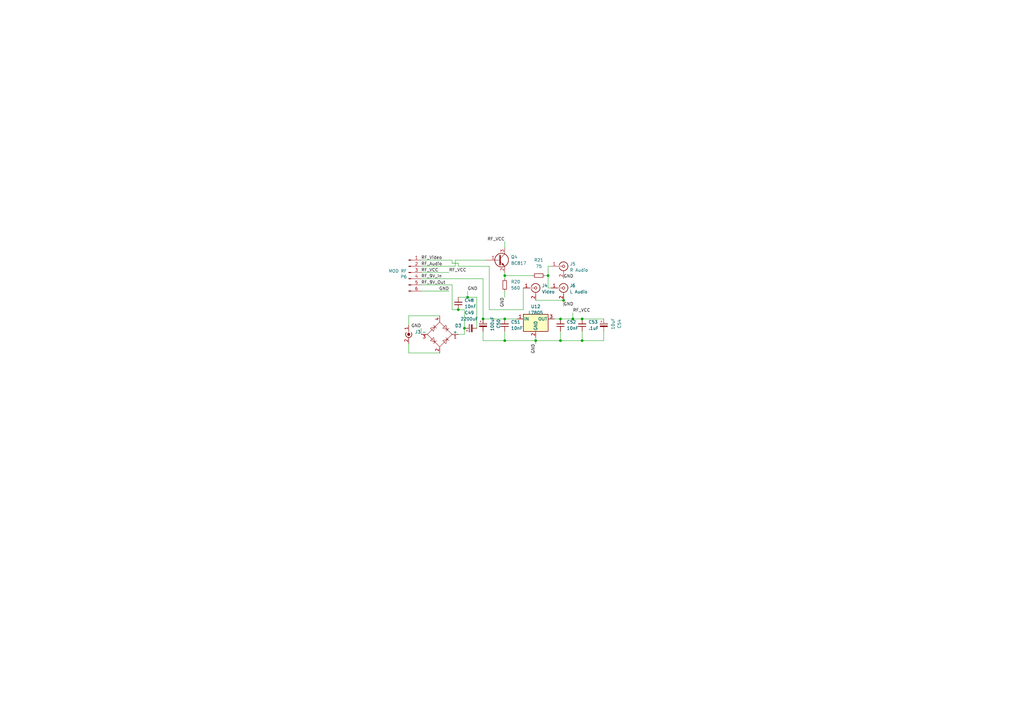
<source format=kicad_sch>
(kicad_sch (version 20211123) (generator eeschema)
  (paper "A3")
  (title_block (title "NES-CPU-11") (rev "11") (company "Nintendo Co., LTD") (comment 1 "Clean-Up by =Lockster=") (comment 2 "KiCad Schematic by Redherring32") (comment 3 "Reverse Engineered by Krzysiobal") (comment 4 "Forked and updated by NULL"))
  (lib_symbols
    (symbol "Connector:Conn_01x06_Male" (pin_names (offset 1.016) hide)
      (property "Reference" "J" (at 0 7.62 0))
      (property "Value" "Conn_01x06_Male" (at 0 -10.16 0))
      (symbol "Conn_01x06_Male_1_1"
        (polyline (pts (xy 1.27 -7.62) (xy 0.8636 -7.62)) (stroke (width 0.1524)))
        (polyline (pts (xy 1.27 -5.08) (xy 0.8636 -5.08)) (stroke (width 0.1524)))
        (polyline (pts (xy 1.27 -2.54) (xy 0.8636 -2.54)) (stroke (width 0.1524)))
        (polyline (pts (xy 1.27 0) (xy 0.8636 0)) (stroke (width 0.1524)))
        (polyline (pts (xy 1.27 2.54) (xy 0.8636 2.54)) (stroke (width 0.1524)))
        (polyline (pts (xy 1.27 5.08) (xy 0.8636 5.08)) (stroke (width 0.1524)))
        (rectangle (start 0.8636 -7.493) (end 0 -7.747) (stroke (width 0.1524)) (fill (type outline)))
        (rectangle (start 0.8636 -4.953) (end 0 -5.207) (stroke (width 0.1524)) (fill (type outline)))
        (rectangle (start 0.8636 -2.413) (end 0 -2.667) (stroke (width 0.1524)) (fill (type outline)))
        (rectangle (start 0.8636 0.127) (end 0 -0.127) (stroke (width 0.1524)) (fill (type outline)))
        (rectangle (start 0.8636 2.667) (end 0 2.413) (stroke (width 0.1524)) (fill (type outline)))
        (rectangle (start 0.8636 5.207) (end 0 4.953) (stroke (width 0.1524)) (fill (type outline)))
        (pin passive line (at 5.08 5.08 180) (length 3.81) (name "Pin_1") (number "1"))
        (pin passive line (at 5.08 2.54 180) (length 3.81) (name "Pin_2") (number "2"))
        (pin passive line (at 5.08 0 180) (length 3.81) (name "Pin_3") (number "3"))
        (pin passive line (at 5.08 -2.54 180) (length 3.81) (name "Pin_4") (number "4"))
        (pin passive line (at 5.08 -5.08 180) (length 3.81) (name "Pin_5") (number "5"))
        (pin passive line (at 5.08 -7.62 180) (length 3.81) (name "Pin_6") (number "6"))
      )
    )
    (symbol "Connector:Conn_Coaxial" (pin_names (offset 1.016) hide)
      (property "Reference" "J" (at 0.254 3.048 0))
      (property "Value" "Conn_Coaxial" (at 2.921 0 90))
      (symbol "Conn_Coaxial_0_1"
        (arc (start -1.778 -0.508) (mid 0.2311 -1.8066) (end 1.778 0) (stroke (width 0.254)))
        (polyline (pts (xy -2.54 0) (xy -0.508 0)))
        (polyline (pts (xy 0 -2.54) (xy 0 -1.778)))
        (circle (center 0 0) (radius 0.508) (stroke (width 0.2032)))
        (arc (start 1.778 0) (mid 0.2099 1.8101) (end -1.778 0.508) (stroke (width 0.254)))
      )
      (symbol "Conn_Coaxial_1_1"
        (pin passive line (at -5.08 0 0) (length 2.54) (name "In") (number "1"))
        (pin passive line (at 0 -5.08 90) (length 2.54) (name "Ext") (number "2"))
      )
    )
    (symbol "Connector:Conn_Coaxial_Power" (pin_names (offset 1.016) hide)
      (property "Reference" "J" (at -5.08 -1.27 90))
      (property "Value" "Conn_Coaxial_Power" (at -3.175 -1.27 90))
      (symbol "Conn_Coaxial_Power_0_1"
        (arc (start -1.27 -1.27) (mid 0 -2.54) (end 1.27 -1.27) (stroke (width 0.254)))
        (arc (start -1.016 -0.508) (mid -1.2048 -0.8684) (end -1.27 -1.27) (stroke (width 0.254)))
        (circle (center 0 -1.27) (radius 0.508) (stroke (width 0.2032)) (fill (type outline)))
        (polyline (pts (xy 0 -2.54) (xy 0 -3.048)))
        (polyline (pts (xy 0 0) (xy 0 -1.27)))
        (arc (start 1.27 -1.27) (mid 1.2048 -0.8684) (end 1.016 -0.508) (stroke (width 0.254)))
      )
      (symbol "Conn_Coaxial_Power_1_1"
        (pin passive line (at 0 2.54 270) (length 2.54) (name "In") (number "1"))
        (pin passive line (at 0 -5.08 90) (length 2.54) (name "Ext") (number "2"))
      )
    )
    (symbol "Device:C_Polarized_Small" (pin_numbers hide) (pin_names (offset 0.254) hide)
      (property "Reference" "C" (at 0.254 1.778 0))
      (property "Value" "C_Polarized_Small" (at 0.254 -2.032 0))
      (symbol "C_Polarized_Small_0_1"
        (rectangle (start -1.524 -0.3048) (end 1.524 -0.6858) (fill (type outline)))
        (rectangle (start -1.524 0.6858) (end 1.524 0.3048))
        (polyline (pts (xy -1.27 1.524) (xy -0.762 1.524)))
        (polyline (pts (xy -1.016 1.27) (xy -1.016 1.778)))
      )
      (symbol "C_Polarized_Small_1_1"
        (pin passive line (at 0 2.54 270) (length 1.8542) (name "~") (number "1"))
        (pin passive line (at 0 -2.54 90) (length 1.8542) (name "~") (number "2"))
      )
    )
    (symbol "Device:C_Small" (pin_numbers hide) (pin_names (offset 0.254) hide)
      (property "Reference" "C" (at 0.254 1.778 0))
      (property "Value" "C_Small" (at 0.254 -2.032 0))
      (symbol "C_Small_0_1"
        (polyline (pts (xy -1.524 -0.508) (xy 1.524 -0.508)) (stroke (width 0.3302)))
        (polyline (pts (xy -1.524 0.508) (xy 1.524 0.508)) (stroke (width 0.3048)))
      )
      (symbol "C_Small_1_1"
        (pin passive line (at 0 2.54 270) (length 2.032) (name "~") (number "1"))
        (pin passive line (at 0 -2.54 90) (length 2.032) (name "~") (number "2"))
      )
    )
    (symbol "Device:R_Small" (pin_numbers hide) (pin_names (offset 0.254) hide)
      (property "Reference" "R" (at 0.762 0.508 0))
      (property "Value" "R_Small" (at 0.762 -1.016 0))
      (symbol "R_Small_0_1"
        (rectangle (start -0.762 1.778) (end 0.762 -1.778) (stroke (width 0.2032)))
      )
      (symbol "R_Small_1_1"
        (pin passive line (at 0 2.54 270) (length 0.762) (name "~") (number "1"))
        (pin passive line (at 0 -2.54 90) (length 0.762) (name "~") (number "2"))
      )
    )
    (symbol "Diode_Bridge:B40R" (pin_names (offset 0))
      (property "Reference" "D" (at 2.54 6.985 0))
      (property "Value" "B40R" (at 2.54 5.08 0))
      (symbol "B40R_0_1"
        (polyline (pts (xy -2.54 3.81) (xy -1.27 2.54)))
        (polyline (pts (xy -1.27 -2.54) (xy -2.54 -3.81)))
        (polyline (pts (xy 2.54 -1.27) (xy 3.81 -2.54)))
        (polyline (pts (xy 2.54 1.27) (xy 3.81 2.54)))
        (polyline (pts (xy -3.81 2.54) (xy -2.54 1.27) (xy -1.905 3.175) (xy -3.81 2.54)))
        (polyline (pts (xy -2.54 -1.27) (xy -3.81 -2.54) (xy -1.905 -3.175) (xy -2.54 -1.27)))
        (polyline (pts (xy 1.27 2.54) (xy 2.54 3.81) (xy 3.175 1.905) (xy 1.27 2.54)))
        (polyline (pts (xy 3.175 -1.905) (xy 1.27 -2.54) (xy 2.54 -3.81) (xy 3.175 -1.905)))
        (polyline (pts (xy -5.08 0) (xy 0 -5.08) (xy 5.08 0) (xy 0 5.08) (xy -5.08 0)))
      )
      (symbol "B40R_1_1"
        (pin passive line (at 7.62 0 180) (length 2.54) (name "+") (number "1"))
        (pin passive line (at 0 -7.62 90) (length 2.54) (name "~") (number "2"))
        (pin passive line (at -7.62 0 0) (length 2.54) (name "-") (number "3"))
        (pin passive line (at 0 7.62 270) (length 2.54) (name "~") (number "4"))
      )
    )
    (symbol "Regulator_Linear:L7805" (pin_names (offset 0.254))
      (property "Reference" "U" (at -3.81 3.175 0))
      (property "Value" "L7805" (at 0 3.175 0))
      (symbol "L7805_0_1"
        (rectangle (start -5.08 1.905) (end 5.08 -5.08) (stroke (width 0.254)) (fill (type background)))
      )
      (symbol "L7805_1_1"
        (pin power_in line (at -7.62 0 0) (length 2.54) (name "IN") (number "1"))
        (pin power_in line (at 0 -7.62 90) (length 2.54) (name "GND") (number "2"))
        (pin power_out line (at 7.62 0 180) (length 2.54) (name "OUT") (number "3"))
      )
    )
    (symbol "Transistor_BJT:BC817" (pin_names (offset 0) hide)
      (property "Reference" "Q" (at 5.08 1.905 0))
      (property "Value" "BC817" (at 5.08 0 0))
      (symbol "BC817_0_1"
        (polyline (pts (xy 0.635 0.635) (xy 2.54 2.54)))
        (polyline (pts (xy 0.635 -0.635) (xy 2.54 -2.54) (xy 2.54 -2.54)))
        (polyline (pts (xy 0.635 1.905) (xy 0.635 -1.905) (xy 0.635 -1.905)) (stroke (width 0.508)))
        (polyline (pts (xy 1.27 -1.778) (xy 1.778 -1.27) (xy 2.286 -2.286) (xy 1.27 -1.778) (xy 1.27 -1.778)) (fill (type outline)))
        (circle (center 1.27 0) (radius 2.8194) (stroke (width 0.254)))
      )
      (symbol "BC817_1_1"
        (pin input line (at -5.08 0 0) (length 5.715) (name "B") (number "1"))
        (pin passive line (at 2.54 -5.08 90) (length 2.54) (name "E") (number "2"))
        (pin passive line (at 2.54 5.08 270) (length 2.54) (name "C") (number "3"))
      )
    )
  )
  (junction (at 198.12 130.81))
  (junction (at 207.01 113.03))
  (junction (at 229.87 139.7))
  (junction (at 207.01 139.7))
  (junction (at 191.77 121.92))
  (junction (at 231.14 123.19))
  (junction (at 207.01 130.81))
  (junction (at 229.87 130.81))
  (junction (at 187.96 127))
  (junction (at 224.79 113.03))
  (junction (at 219.71 139.7))
  (junction (at 238.76 130.81))
  (junction (at 238.76 139.7))
  (junction (at 234.95 130.81))
  (junction (at 190.5 134.62))
  (wire (pts (xy 224.79 113.03) (xy 223.52 113.03)))
  (wire (pts (xy 219.71 138.43) (xy 219.71 139.7)))
  (wire (pts (xy 247.65 139.7) (xy 247.65 135.89)))
  (wire (pts (xy 207.01 130.81) (xy 212.09 130.81)))
  (wire (pts (xy 231.14 123.19) (xy 231.14 125.73)))
  (wire (pts (xy 207.01 99.06) (xy 207.01 101.6)))
  (wire (pts (xy 167.64 144.78) (xy 167.64 140.97)))
  (wire (pts (xy 234.95 128.27) (xy 234.95 130.81)))
  (wire (pts (xy 190.5 134.62) (xy 190.5 127)))
  (wire (pts (xy 234.95 130.81) (xy 238.76 130.81)))
  (wire (pts (xy 186.69 106.68) (xy 199.39 106.68)))
  (wire (pts (xy 172.72 119.38) (xy 184.15 119.38)))
  (wire (pts (xy 238.76 135.89) (xy 238.76 139.7)))
  (wire (pts (xy 229.87 135.89) (xy 229.87 139.7)))
  (wire (pts (xy 187.96 137.16) (xy 190.5 137.16)))
  (wire (pts (xy 207.01 121.92) (xy 207.01 119.38)))
  (wire (pts (xy 185.42 107.95) (xy 187.96 107.95)))
  (wire (pts (xy 207.01 139.7) (xy 198.12 139.7)))
  (wire (pts (xy 185.42 116.84) (xy 185.42 127)))
  (wire (pts (xy 224.79 113.03) (xy 224.79 118.11)))
  (wire (pts (xy 224.79 113.03) (xy 224.79 109.22)))
  (wire (pts (xy 219.71 139.7) (xy 207.01 139.7)))
  (wire (pts (xy 167.64 144.78) (xy 180.34 144.78)))
  (wire (pts (xy 219.71 139.7) (xy 229.87 139.7)))
  (wire (pts (xy 198.12 114.3) (xy 198.12 130.81)))
  (wire (pts (xy 207.01 113.03) (xy 218.44 113.03)))
  (wire (pts (xy 224.79 118.11) (xy 226.06 118.11)))
  (wire (pts (xy 200.66 127) (xy 214.63 127)))
  (wire (pts (xy 187.96 127) (xy 185.42 127)))
  (wire (pts (xy 214.63 127) (xy 214.63 118.11)))
  (wire (pts (xy 172.72 111.76) (xy 184.15 111.76)))
  (wire (pts (xy 172.72 114.3) (xy 198.12 114.3)))
  (wire (pts (xy 190.5 127) (xy 187.96 127)))
  (wire (pts (xy 207.01 111.76) (xy 207.01 113.03)))
  (wire (pts (xy 219.71 123.19) (xy 231.14 123.19)))
  (wire (pts (xy 180.34 129.54) (xy 167.64 129.54)))
  (wire (pts (xy 229.87 130.81) (xy 234.95 130.81)))
  (wire (pts (xy 207.01 135.89) (xy 207.01 139.7)))
  (wire (pts (xy 190.5 137.16) (xy 190.5 134.62)))
  (wire (pts (xy 195.58 121.92) (xy 195.58 134.62)))
  (wire (pts (xy 238.76 130.81) (xy 247.65 130.81)))
  (wire (pts (xy 207.01 113.03) (xy 207.01 114.3)))
  (wire (pts (xy 172.72 116.84) (xy 185.42 116.84)))
  (wire (pts (xy 185.42 106.68) (xy 185.42 107.95)))
  (wire (pts (xy 187.96 107.95) (xy 187.96 109.22)))
  (wire (pts (xy 238.76 139.7) (xy 247.65 139.7)))
  (wire (pts (xy 200.66 109.22) (xy 200.66 127)))
  (wire (pts (xy 229.87 139.7) (xy 238.76 139.7)))
  (wire (pts (xy 172.72 106.68) (xy 185.42 106.68)))
  (wire (pts (xy 227.33 130.81) (xy 229.87 130.81)))
  (wire (pts (xy 224.79 109.22) (xy 226.06 109.22)))
  (wire (pts (xy 187.96 121.92) (xy 191.77 121.92)))
  (wire (pts (xy 187.96 109.22) (xy 200.66 109.22)))
  (wire (pts (xy 191.77 121.92) (xy 195.58 121.92)))
  (wire (pts (xy 167.64 129.54) (xy 167.64 133.35)))
  (wire (pts (xy 172.72 109.22) (xy 186.69 109.22)))
  (wire (pts (xy 191.77 119.38) (xy 191.77 121.92)))
  (wire (pts (xy 219.71 139.7) (xy 219.71 140.97)))
  (wire (pts (xy 198.12 130.81) (xy 207.01 130.81)))
  (wire (pts (xy 198.12 139.7) (xy 198.12 135.89)))
  (wire (pts (xy 186.69 109.22) (xy 186.69 106.68)))
  (wire (pts (xy 172.72 134.62) (xy 172.72 137.16)))
  (label "RF_VCC" (at 234.95 128.27 0))
  (label "RF_9V_Out" (at 172.72 116.84 0))
  (label "GND" (at 219.71 140.97 270))
  (label "RF_VCC" (at 172.72 111.76 0))
  (label "GND" (at 231.14 114.3 0))
  (label "RF_Video" (at 172.72 106.68 0))
  (label "GND" (at 191.77 119.38 0))
  (label "RF_VCC" (at 207.01 99.06 180))
  (label "RF_Audio" (at 172.72 109.22 0))
  (label "GND" (at 172.72 134.62 180))
  (label "RF_9V_In" (at 172.72 114.3 0))
  (label "GND" (at 184.15 119.38 180))
  (label "GND" (at 231.14 125.73 0))
  (label "RF_VCC" (at 184.15 111.76 0))
  (label "GND" (at 207.01 121.92 270))
  (symbol (lib_id "Device:C_Small") (at 187.96 124.46 180) (unit 1)
    (property "Reference" "C48" (at 190.5 123.1835 0) (effects (justify right)))
    (property "Value" "10nF" (at 190.5 125.7235 0) (effects (justify right)))
    (property "Footprint" "Capacitor_THT:CP_Radial_D6.3mm_P2.50mm" (effects hide))
  )
  (symbol (lib_id "Connector:Conn_Coaxial") (at 231.14 109.22 0) (unit 1)
    (property "Reference" "J5" (at 233.68 108.2431 0) (effects (justify left)))
    (property "Value" "R Audio" (at 233.68 110.7831 0) (effects (justify left)))
    (property "Footprint" "NESRE:RCA" (effects hide))
    (property "Datasheet" " ~" (effects hide))
  )
  (symbol (lib_id "Device:C_Polarized_Small") (at 247.65 133.35 0) (unit 1)
    (property "Reference" "C54" (at 254 132.8039 90))
    (property "Value" "10uF" (at 251.46 132.8039 90))
    (property "Footprint" "Capacitor_THT:CP_Radial_D6.3mm_P2.50mm" (effects hide))
  )
  (symbol (lib_id "Device:R_Small") (at 220.98 113.03 270) (unit 1)
    (property "Reference" "R21" (at 220.98 106.68 90))
    (property "Value" "75" (at 220.98 109.22 90))
    (property "Footprint" "Resistor_THT:R_Axial_DIN0207_L6.3mm_D2.5mm_P10.16mm_Horizontal" (effects hide))
  )
  (symbol (lib_id "Diode_Bridge:B40R") (at 180.34 137.16 0) (unit 1)
    (property "Reference" "D3" (at 187.96 133.5786 0))
    (property "Value" " " (at 187.96 136.1186 0))
    (property "Footprint" "Diode_THT:Diode_Bridge_Round_D9.0mm" (effects hide))
    (property "Datasheet" "https://diotec.com/tl_files/diotec/files/pdf/datasheets/b40r.pdf" (effects hide))
  )
  (symbol (lib_id "Device:C_Small") (at 238.76 133.35 180) (unit 1)
    (property "Reference" "C53" (at 241.3 132.0735 0) (effects (justify right)))
    (property "Value" ".1uF" (at 241.3 134.6135 0) (effects (justify right)))
    (property "Footprint" "Capacitor_THT:CP_Radial_D6.3mm_P2.50mm" (effects hide))
  )
  (symbol (lib_id "Device:C_Polarized_Small") (at 193.04 134.62 90) (unit 1)
    (property "Reference" "C49" (at 192.4939 128.27 90))
    (property "Value" "2200uF" (at 192.4939 130.81 90))
    (property "Footprint" "Capacitor_THT:CP_Radial_D16.0mm_P7.50mm" (effects hide))
  )
  (symbol (lib_id "Device:R_Small") (at 207.01 116.84 0) (unit 1)
    (property "Reference" "R20" (at 209.55 115.5699 0) (effects (justify left)))
    (property "Value" "560" (at 209.55 118.1099 0) (effects (justify left)))
    (property "Footprint" "Resistor_THT:R_Axial_DIN0207_L6.3mm_D2.5mm_P10.16mm_Horizontal" (effects hide))
  )
  (symbol (lib_id "Device:C_Polarized_Small") (at 198.12 133.35 0) (unit 1)
    (property "Reference" "C50" (at 204.47 132.8039 90))
    (property "Value" "100uF" (at 201.93 132.8039 90))
    (property "Footprint" "Capacitor_THT:CP_Radial_D6.3mm_P2.50mm" (effects hide))
  )
  (symbol (lib_id "Device:C_Small") (at 229.87 133.35 180) (unit 1)
    (property "Reference" "C52" (at 232.41 132.0735 0) (effects (justify right)))
    (property "Value" "10nF" (at 232.41 134.6135 0) (effects (justify right)))
    (property "Footprint" "Capacitor_THT:CP_Radial_D6.3mm_P2.50mm" (effects hide))
  )
  (symbol (lib_id "Connector:Conn_Coaxial") (at 231.14 118.11 0) (unit 1)
    (property "Reference" "J6" (at 233.68 117.1331 0) (effects (justify left)))
    (property "Value" "L Audio" (at 233.68 119.6731 0) (effects (justify left)))
    (property "Footprint" "NESRE:RCA" (effects hide))
    (property "Datasheet" " ~" (effects hide))
  )
  (symbol (lib_id "Connector:Conn_Coaxial") (at 219.71 118.11 0) (unit 1)
    (property "Reference" "J4" (at 222.25 117.1331 0) (effects (justify left)))
    (property "Value" "Video" (at 222.25 119.6731 0) (effects (justify left)))
    (property "Footprint" "NESRE:RCA" (effects hide))
    (property "Datasheet" " ~" (effects hide))
  )
  (symbol (lib_id "Device:C_Small") (at 207.01 133.35 180) (unit 1)
    (property "Reference" "C51" (at 209.55 132.0735 0) (effects (justify right)))
    (property "Value" "10nF" (at 209.55 134.6135 0) (effects (justify right)))
    (property "Footprint" "Capacitor_THT:CP_Radial_D6.3mm_P2.50mm" (effects hide))
  )
  (symbol (lib_id "Transistor_BJT:BC817") (at 204.47 106.68 0) (unit 1)
    (property "Reference" "Q4" (at 209.55 105.4099 0) (effects (justify left)))
    (property "Value" "BC817" (at 209.55 107.9499 0) (effects (justify left)))
    (property "Footprint" "Package_TO_SOT_THT:TO-92Flat" (effects hide))
    (property "Datasheet" "https://www.onsemi.com/pub/Collateral/BC818-D.pdf" (effects hide))
  )
  (symbol (lib_id "Connector:Conn_Coaxial_Power") (at 167.64 135.89 0) (unit 1)
    (property "Reference" "J3" (at 170.18 136.1439 0) (effects (justify left)))
    (property "Value" " " (at 170.18 138.6839 0) (effects (justify left)))
    (property "Footprint" "Connector_BarrelJack:BarrelJack_CUI_PJ-063AH_Horizontal" (effects hide))
  )
  (symbol (lib_id "Regulator_Linear:L7805") (at 219.71 130.81 0) (unit 1)
    (property "Reference" "U12" (at 219.71 125.73 0))
    (property "Value" "L7805" (at 219.71 128.27 0))
    (property "Footprint" "NESRE:7805" (effects hide))
    (property "Datasheet" "http://www.st.com/content/ccc/resource/technical/document/datasheet/41/4f/b3/b0/12/d4/47/88/CD00000444.pdf/files/CD00000444.pdf/jcr:content/translations/en.CD00000444.pdf" (effects hide))
  )
  (symbol (lib_id "Connector:Conn_01x06_Male") (at 167.64 111.76 0) (unit 1)
    (property "Reference" "P6" (at 166.9288 113.4872 0) (effects (justify right)))
    (property "Value" "MOD RF" (at 166.9288 111.1758 0) (effects (justify right)))
    (property "Footprint" "NESRE:Mod_RF_Con" (effects hide))
  )
)
</source>
